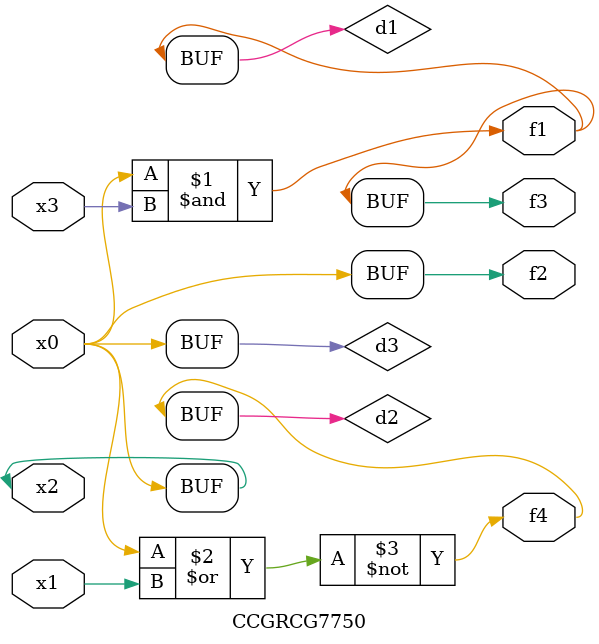
<source format=v>
module CCGRCG7750(
	input x0, x1, x2, x3,
	output f1, f2, f3, f4
);

	wire d1, d2, d3;

	and (d1, x2, x3);
	nor (d2, x0, x1);
	buf (d3, x0, x2);
	assign f1 = d1;
	assign f2 = d3;
	assign f3 = d1;
	assign f4 = d2;
endmodule

</source>
